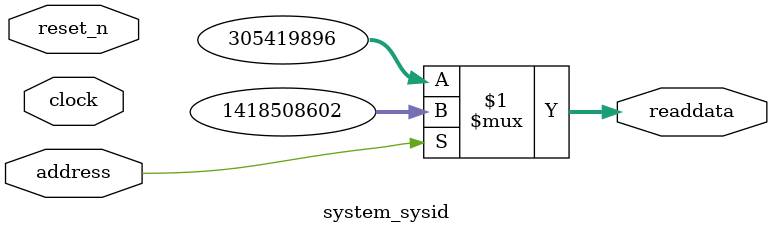
<source format=v>

`timescale 1ns / 1ps
// synthesis translate_on

// turn off superfluous verilog processor warnings 
// altera message_level Level1 
// altera message_off 10034 10035 10036 10037 10230 10240 10030 

module system_sysid (
               // inputs:
                address,
                clock,
                reset_n,

               // outputs:
                readdata
             )
;

  output  [ 31: 0] readdata;
  input            address;
  input            clock;
  input            reset_n;

  wire    [ 31: 0] readdata;
  //control_slave, which is an e_avalon_slave
  assign readdata = address ? 1418508602 : 305419896;

endmodule




</source>
